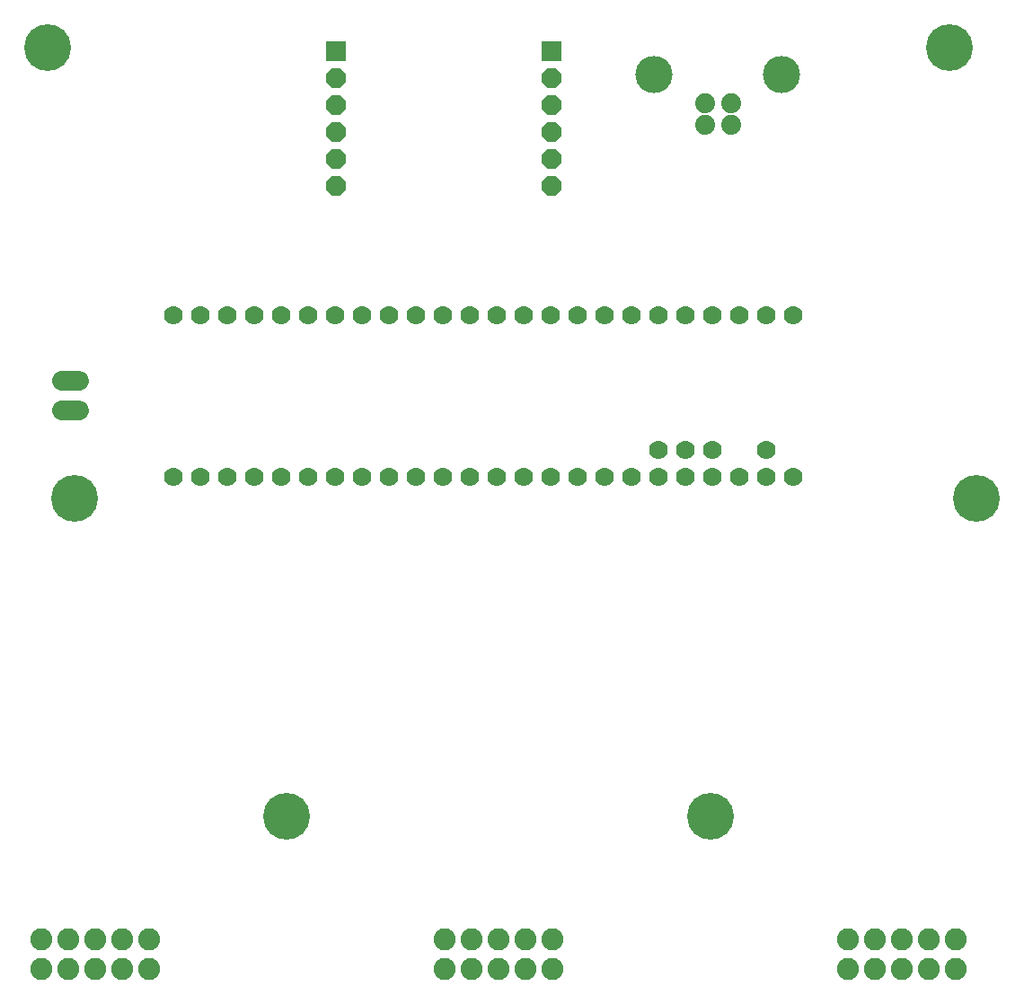
<source format=gbs>
G75*
%MOIN*%
%OFA0B0*%
%FSLAX25Y25*%
%IPPOS*%
%LPD*%
%AMOC8*
5,1,8,0,0,1.08239X$1,22.5*
%
%ADD10C,0.17335*%
%ADD11C,0.07000*%
%ADD12C,0.07400*%
%ADD13C,0.13800*%
%ADD14R,0.07400X0.07400*%
%ADD15OC8,0.07400*%
%ADD16C,0.07200*%
%ADD17C,0.08200*%
D10*
X0119110Y0079740D03*
X0040370Y0197850D03*
X0030528Y0365173D03*
X0276591Y0079740D03*
X0375016Y0197850D03*
X0365173Y0365173D03*
D11*
X0306984Y0265882D03*
X0296984Y0265882D03*
X0286984Y0265882D03*
X0276984Y0265882D03*
X0266984Y0265882D03*
X0256984Y0265882D03*
X0246984Y0265882D03*
X0236984Y0265882D03*
X0226984Y0265882D03*
X0216984Y0265882D03*
X0206984Y0265882D03*
X0196984Y0265882D03*
X0186984Y0265882D03*
X0176984Y0265882D03*
X0166984Y0265882D03*
X0156984Y0265882D03*
X0146984Y0265882D03*
X0136984Y0265882D03*
X0126984Y0265882D03*
X0116984Y0265882D03*
X0106984Y0265882D03*
X0096984Y0265882D03*
X0086984Y0265882D03*
X0076984Y0265882D03*
X0076984Y0205882D03*
X0086984Y0205882D03*
X0096984Y0205882D03*
X0106984Y0205882D03*
X0116984Y0205882D03*
X0126984Y0205882D03*
X0136984Y0205882D03*
X0146984Y0205882D03*
X0156984Y0205882D03*
X0166984Y0205882D03*
X0176984Y0205882D03*
X0186984Y0205882D03*
X0196984Y0205882D03*
X0206984Y0205882D03*
X0216984Y0205882D03*
X0226984Y0205882D03*
X0236984Y0205882D03*
X0246984Y0205882D03*
X0256984Y0205882D03*
X0256984Y0215882D03*
X0266984Y0215882D03*
X0276984Y0215882D03*
X0276984Y0205882D03*
X0266984Y0205882D03*
X0286984Y0205882D03*
X0296984Y0205882D03*
X0296984Y0215882D03*
X0306984Y0205882D03*
D12*
X0284189Y0336468D03*
X0284189Y0344268D03*
X0274346Y0344268D03*
X0274346Y0336468D03*
D13*
X0255568Y0354968D03*
X0302968Y0354968D03*
D14*
X0217614Y0363638D03*
X0137614Y0363638D03*
D15*
X0137614Y0353638D03*
X0137614Y0343638D03*
X0137614Y0333638D03*
X0137614Y0323638D03*
X0137614Y0313638D03*
X0217614Y0313638D03*
X0217614Y0323638D03*
X0217614Y0333638D03*
X0217614Y0343638D03*
X0217614Y0353638D03*
D16*
X0042074Y0241303D02*
X0035674Y0241303D01*
X0035674Y0230303D02*
X0042074Y0230303D01*
D17*
X0028244Y0023059D03*
X0038244Y0023059D03*
X0048244Y0023059D03*
X0058244Y0023059D03*
X0068244Y0023059D03*
X0068244Y0034059D03*
X0058244Y0034059D03*
X0048244Y0034059D03*
X0038244Y0034059D03*
X0028244Y0034059D03*
X0177850Y0034059D03*
X0187850Y0034059D03*
X0197850Y0034059D03*
X0207850Y0034059D03*
X0217850Y0034059D03*
X0217850Y0023059D03*
X0207850Y0023059D03*
X0197850Y0023059D03*
X0187850Y0023059D03*
X0177850Y0023059D03*
X0327457Y0023059D03*
X0337457Y0023059D03*
X0347457Y0023059D03*
X0357457Y0023059D03*
X0367457Y0023059D03*
X0367457Y0034059D03*
X0357457Y0034059D03*
X0347457Y0034059D03*
X0337457Y0034059D03*
X0327457Y0034059D03*
M02*

</source>
